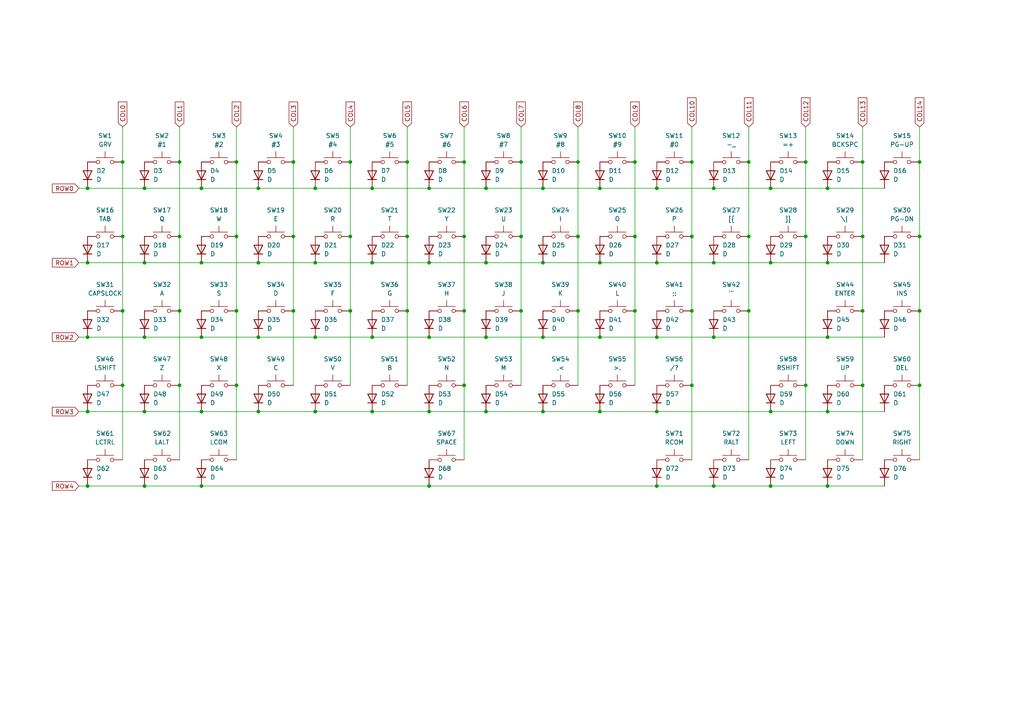
<source format=kicad_sch>
(kicad_sch (version 20231120) (generator "eeschema") (generator_version "8.0")
  (paper "A4")
  (title_block (title "InnoKB-x1") (date "2024-05-13") (rev "0") (company "Black Mesa Research Facility"))
  (junction (at 217.17 46.99))
  (junction (at 151.13 46.99))
  (junction (at 134.62 46.99))
  (junction (at 266.7 68.58))
  (junction (at 107.95 119.38))
  (junction (at 101.6 68.58))
  (junction (at 223.52 76.2))
  (junction (at 233.68 46.99))
  (junction (at 134.62 111.76))
  (junction (at 85.09 46.99))
  (junction (at 250.19 68.58))
  (junction (at 52.07 68.58))
  (junction (at 190.5 97.79))
  (junction (at 140.97 76.2))
  (junction (at 207.01 76.2))
  (junction (at 184.15 90.17))
  (junction (at 58.42 97.79))
  (junction (at 167.64 68.58))
  (junction (at 91.44 76.2))
  (junction (at 134.62 68.58))
  (junction (at 91.44 97.79))
  (junction (at 200.66 90.17))
  (junction (at 107.95 76.2))
  (junction (at 217.17 90.17))
  (junction (at 74.93 54.61))
  (junction (at 41.91 97.79))
  (junction (at 52.07 111.76))
  (junction (at 58.42 140.97))
  (junction (at 140.97 119.38))
  (junction (at 35.56 90.17))
  (junction (at 190.5 54.61))
  (junction (at 41.91 119.38))
  (junction (at 25.4 97.79))
  (junction (at 52.07 46.99))
  (junction (at 223.52 119.38))
  (junction (at 91.44 54.61))
  (junction (at 157.48 119.38))
  (junction (at 118.11 90.17))
  (junction (at 124.46 119.38))
  (junction (at 41.91 140.97))
  (junction (at 124.46 76.2))
  (junction (at 107.95 54.61))
  (junction (at 190.5 119.38))
  (junction (at 124.46 54.61))
  (junction (at 167.64 90.17))
  (junction (at 151.13 68.58))
  (junction (at 85.09 68.58))
  (junction (at 200.66 68.58))
  (junction (at 68.58 46.99))
  (junction (at 68.58 68.58))
  (junction (at 52.07 90.17))
  (junction (at 68.58 111.76))
  (junction (at 173.99 97.79))
  (junction (at 240.03 140.97))
  (junction (at 124.46 140.97))
  (junction (at 240.03 76.2))
  (junction (at 58.42 54.61))
  (junction (at 85.09 90.17))
  (junction (at 124.46 97.79))
  (junction (at 25.4 119.38))
  (junction (at 101.6 46.99))
  (junction (at 200.66 111.76))
  (junction (at 200.66 46.99))
  (junction (at 250.19 46.99))
  (junction (at 118.11 68.58))
  (junction (at 41.91 54.61))
  (junction (at 157.48 54.61))
  (junction (at 250.19 111.76))
  (junction (at 207.01 97.79))
  (junction (at 223.52 54.61))
  (junction (at 35.56 111.76))
  (junction (at 266.7 90.17))
  (junction (at 25.4 140.97))
  (junction (at 68.58 90.17))
  (junction (at 118.11 46.99))
  (junction (at 140.97 54.61))
  (junction (at 184.15 68.58))
  (junction (at 91.44 119.38))
  (junction (at 240.03 54.61))
  (junction (at 41.91 76.2))
  (junction (at 173.99 54.61))
  (junction (at 101.6 90.17))
  (junction (at 184.15 46.99))
  (junction (at 223.52 140.97))
  (junction (at 74.93 97.79))
  (junction (at 167.64 46.99))
  (junction (at 140.97 97.79))
  (junction (at 134.62 90.17))
  (junction (at 58.42 76.2))
  (junction (at 266.7 46.99))
  (junction (at 173.99 119.38))
  (junction (at 157.48 76.2))
  (junction (at 207.01 140.97))
  (junction (at 74.93 119.38))
  (junction (at 151.13 90.17))
  (junction (at 107.95 97.79))
  (junction (at 190.5 140.97))
  (junction (at 240.03 97.79))
  (junction (at 25.4 76.2))
  (junction (at 233.68 111.76))
  (junction (at 157.48 97.79))
  (junction (at 250.19 90.17))
  (junction (at 190.5 76.2))
  (junction (at 74.93 76.2))
  (junction (at 35.56 46.99))
  (junction (at 173.99 76.2))
  (junction (at 25.4 54.61))
  (junction (at 35.56 68.58))
  (junction (at 233.68 68.58))
  (junction (at 266.7 111.76))
  (junction (at 58.42 119.38))
  (junction (at 240.03 119.38))
  (junction (at 207.01 54.61))
  (junction (at 217.17 68.58))
  (wire (pts (xy 58.42 76.2) (xy 74.93 76.2)))
  (wire (pts (xy 41.91 140.97) (xy 58.42 140.97)))
  (wire (pts (xy 124.46 97.79) (xy 140.97 97.79)))
  (wire (pts (xy 250.19 68.58) (xy 250.19 90.17)))
  (wire (pts (xy 240.03 54.61) (xy 256.54 54.61)))
  (wire (pts (xy 184.15 36.83) (xy 184.15 46.99)))
  (wire (pts (xy 107.95 119.38) (xy 124.46 119.38)))
  (wire (pts (xy 91.44 119.38) (xy 107.95 119.38)))
  (wire (pts (xy 74.93 76.2) (xy 91.44 76.2)))
  (wire (pts (xy 207.01 97.79) (xy 240.03 97.79)))
  (wire (pts (xy 35.56 36.83) (xy 35.56 46.99)))
  (wire (pts (xy 240.03 76.2) (xy 256.54 76.2)))
  (wire (pts (xy 85.09 68.58) (xy 85.09 90.17)))
  (wire (pts (xy 173.99 119.38) (xy 190.5 119.38)))
  (wire (pts (xy 35.56 111.76) (xy 35.56 133.35)))
  (wire (pts (xy 190.5 76.2) (xy 207.01 76.2)))
  (wire (pts (xy 52.07 68.58) (xy 52.07 90.17)))
  (wire (pts (xy 124.46 76.2) (xy 140.97 76.2)))
  (wire (pts (xy 250.19 46.99) (xy 250.19 68.58)))
  (wire (pts (xy 68.58 46.99) (xy 68.58 68.58)))
  (wire (pts (xy 52.07 90.17) (xy 52.07 111.76)))
  (wire (pts (xy 41.91 76.2) (xy 58.42 76.2)))
  (wire (pts (xy 85.09 36.83) (xy 85.09 46.99)))
  (wire (pts (xy 35.56 46.99) (xy 35.56 68.58)))
  (wire (pts (xy 74.93 54.61) (xy 91.44 54.61)))
  (wire (pts (xy 124.46 54.61) (xy 140.97 54.61)))
  (wire (pts (xy 167.64 68.58) (xy 167.64 90.17)))
  (wire (pts (xy 173.99 54.61) (xy 190.5 54.61)))
  (wire (pts (xy 266.7 36.83) (xy 266.7 46.99)))
  (wire (pts (xy 101.6 90.17) (xy 101.6 111.76)))
  (wire (pts (xy 151.13 46.99) (xy 151.13 68.58)))
  (wire (pts (xy 101.6 46.99) (xy 101.6 68.58)))
  (wire (pts (xy 167.64 36.83) (xy 167.64 46.99)))
  (wire (pts (xy 85.09 46.99) (xy 85.09 68.58)))
  (wire (pts (xy 184.15 90.17) (xy 184.15 111.76)))
  (wire (pts (xy 41.91 54.61) (xy 58.42 54.61)))
  (wire (pts (xy 190.5 140.97) (xy 207.01 140.97)))
  (wire (pts (xy 151.13 36.83) (xy 151.13 46.99)))
  (wire (pts (xy 217.17 68.58) (xy 217.17 90.17)))
  (wire (pts (xy 91.44 54.61) (xy 107.95 54.61)))
  (wire (pts (xy 167.64 46.99) (xy 167.64 68.58)))
  (wire (pts (xy 22.86 76.2) (xy 25.4 76.2)))
  (wire (pts (xy 223.52 119.38) (xy 240.03 119.38)))
  (wire (pts (xy 223.52 54.61) (xy 240.03 54.61)))
  (wire (pts (xy 184.15 46.99) (xy 184.15 68.58)))
  (wire (pts (xy 140.97 97.79) (xy 157.48 97.79)))
  (wire (pts (xy 35.56 90.17) (xy 35.56 111.76)))
  (wire (pts (xy 250.19 111.76) (xy 250.19 133.35)))
  (wire (pts (xy 173.99 76.2) (xy 190.5 76.2)))
  (wire (pts (xy 101.6 36.83) (xy 101.6 46.99)))
  (wire (pts (xy 134.62 90.17) (xy 134.62 111.76)))
  (wire (pts (xy 52.07 36.83) (xy 52.07 46.99)))
  (wire (pts (xy 85.09 90.17) (xy 85.09 111.76)))
  (wire (pts (xy 200.66 36.83) (xy 200.66 46.99)))
  (wire (pts (xy 266.7 111.76) (xy 266.7 133.35)))
  (wire (pts (xy 200.66 68.58) (xy 200.66 90.17)))
  (wire (pts (xy 233.68 111.76) (xy 233.68 133.35)))
  (wire (pts (xy 22.86 140.97) (xy 25.4 140.97)))
  (wire (pts (xy 22.86 54.61) (xy 25.4 54.61)))
  (wire (pts (xy 223.52 76.2) (xy 240.03 76.2)))
  (wire (pts (xy 167.64 90.17) (xy 167.64 111.76)))
  (wire (pts (xy 68.58 68.58) (xy 68.58 90.17)))
  (wire (pts (xy 190.5 54.61) (xy 207.01 54.61)))
  (wire (pts (xy 134.62 111.76) (xy 134.62 133.35)))
  (wire (pts (xy 217.17 46.99) (xy 217.17 68.58)))
  (wire (pts (xy 250.19 90.17) (xy 250.19 111.76)))
  (wire (pts (xy 124.46 140.97) (xy 190.5 140.97)))
  (wire (pts (xy 107.95 54.61) (xy 124.46 54.61)))
  (wire (pts (xy 207.01 54.61) (xy 223.52 54.61)))
  (wire (pts (xy 140.97 76.2) (xy 157.48 76.2)))
  (wire (pts (xy 22.86 119.38) (xy 25.4 119.38)))
  (wire (pts (xy 207.01 76.2) (xy 223.52 76.2)))
  (wire (pts (xy 207.01 140.97) (xy 223.52 140.97)))
  (wire (pts (xy 217.17 36.83) (xy 217.17 46.99)))
  (wire (pts (xy 223.52 140.97) (xy 240.03 140.97)))
  (wire (pts (xy 200.66 46.99) (xy 200.66 68.58)))
  (wire (pts (xy 74.93 97.79) (xy 91.44 97.79)))
  (wire (pts (xy 266.7 68.58) (xy 266.7 90.17)))
  (wire (pts (xy 250.19 36.83) (xy 250.19 46.99)))
  (wire (pts (xy 240.03 140.97) (xy 256.54 140.97)))
  (wire (pts (xy 200.66 111.76) (xy 200.66 133.35)))
  (wire (pts (xy 240.03 119.38) (xy 256.54 119.38)))
  (wire (pts (xy 118.11 68.58) (xy 118.11 90.17)))
  (wire (pts (xy 25.4 140.97) (xy 41.91 140.97)))
  (wire (pts (xy 157.48 54.61) (xy 173.99 54.61)))
  (wire (pts (xy 157.48 119.38) (xy 173.99 119.38)))
  (wire (pts (xy 140.97 54.61) (xy 157.48 54.61)))
  (wire (pts (xy 233.68 68.58) (xy 233.68 111.76)))
  (wire (pts (xy 91.44 76.2) (xy 107.95 76.2)))
  (wire (pts (xy 184.15 68.58) (xy 184.15 90.17)))
  (wire (pts (xy 25.4 97.79) (xy 41.91 97.79)))
  (wire (pts (xy 124.46 119.38) (xy 140.97 119.38)))
  (wire (pts (xy 35.56 68.58) (xy 35.56 90.17)))
  (wire (pts (xy 240.03 97.79) (xy 256.54 97.79)))
  (wire (pts (xy 58.42 119.38) (xy 74.93 119.38)))
  (wire (pts (xy 58.42 97.79) (xy 74.93 97.79)))
  (wire (pts (xy 118.11 36.83) (xy 118.11 46.99)))
  (wire (pts (xy 140.97 119.38) (xy 157.48 119.38)))
  (wire (pts (xy 107.95 76.2) (xy 124.46 76.2)))
  (wire (pts (xy 157.48 97.79) (xy 173.99 97.79)))
  (wire (pts (xy 266.7 90.17) (xy 266.7 111.76)))
  (wire (pts (xy 173.99 97.79) (xy 190.5 97.79)))
  (wire (pts (xy 134.62 68.58) (xy 134.62 90.17)))
  (wire (pts (xy 22.86 97.79) (xy 25.4 97.79)))
  (wire (pts (xy 74.93 119.38) (xy 91.44 119.38)))
  (wire (pts (xy 68.58 90.17) (xy 68.58 111.76)))
  (wire (pts (xy 233.68 46.99) (xy 233.68 68.58)))
  (wire (pts (xy 107.95 97.79) (xy 124.46 97.79)))
  (wire (pts (xy 118.11 46.99) (xy 118.11 68.58)))
  (wire (pts (xy 68.58 36.83) (xy 68.58 46.99)))
  (wire (pts (xy 68.58 111.76) (xy 68.58 133.35)))
  (wire (pts (xy 266.7 46.99) (xy 266.7 68.58)))
  (wire (pts (xy 118.11 90.17) (xy 118.11 111.76)))
  (wire (pts (xy 217.17 90.17) (xy 217.17 133.35)))
  (wire (pts (xy 190.5 97.79) (xy 207.01 97.79)))
  (wire (pts (xy 41.91 97.79) (xy 58.42 97.79)))
  (wire (pts (xy 91.44 97.79) (xy 107.95 97.79)))
  (wire (pts (xy 134.62 46.99) (xy 134.62 68.58)))
  (wire (pts (xy 25.4 119.38) (xy 41.91 119.38)))
  (wire (pts (xy 58.42 140.97) (xy 124.46 140.97)))
  (wire (pts (xy 52.07 46.99) (xy 52.07 68.58)))
  (wire (pts (xy 190.5 119.38) (xy 223.52 119.38)))
  (wire (pts (xy 25.4 54.61) (xy 41.91 54.61)))
  (wire (pts (xy 134.62 36.83) (xy 134.62 46.99)))
  (wire (pts (xy 52.07 111.76) (xy 52.07 133.35)))
  (wire (pts (xy 157.48 76.2) (xy 173.99 76.2)))
  (wire (pts (xy 101.6 68.58) (xy 101.6 90.17)))
  (wire (pts (xy 200.66 90.17) (xy 200.66 111.76)))
  (wire (pts (xy 233.68 36.83) (xy 233.68 46.99)))
  (wire (pts (xy 41.91 119.38) (xy 58.42 119.38)))
  (wire (pts (xy 151.13 68.58) (xy 151.13 90.17)))
  (wire (pts (xy 25.4 76.2) (xy 41.91 76.2)))
  (wire (pts (xy 58.42 54.61) (xy 74.93 54.61)))
  (wire (pts (xy 151.13 90.17) (xy 151.13 111.76)))
  (global_label "COL9" (shape input) (at 184.15 36.83 90) (property "Intersheetrefs" "${INTERSHEET_REFS}" (effects (hide yes))))
  (global_label "ROW4" (shape input) (at 22.86 140.97 180) (property "Intersheetrefs" "${INTERSHEET_REFS}" (effects (hide yes))))
  (global_label "COL11" (shape input) (at 217.17 36.83 90) (property "Intersheetrefs" "${INTERSHEET_REFS}" (effects (hide yes))))
  (global_label "COL8" (shape input) (at 167.64 36.83 90) (property "Intersheetrefs" "${INTERSHEET_REFS}" (effects (hide yes))))
  (global_label "COL6" (shape input) (at 134.62 36.83 90) (property "Intersheetrefs" "${INTERSHEET_REFS}" (effects (hide yes))))
  (global_label "COL1" (shape input) (at 52.07 36.83 90) (property "Intersheetrefs" "${INTERSHEET_REFS}" (effects (hide yes))))
  (global_label "COL10" (shape input) (at 200.66 36.83 90) (property "Intersheetrefs" "${INTERSHEET_REFS}" (effects (hide yes))))
  (global_label "COL7" (shape input) (at 151.13 36.83 90) (property "Intersheetrefs" "${INTERSHEET_REFS}" (effects (hide yes))))
  (global_label "ROW2" (shape input) (at 22.86 97.79 180) (property "Intersheetrefs" "${INTERSHEET_REFS}" (effects (hide yes))))
  (global_label "COL2" (shape input) (at 68.58 36.83 90) (property "Intersheetrefs" "${INTERSHEET_REFS}" (effects (hide yes))))
  (global_label "COL12" (shape input) (at 233.68 36.83 90) (property "Intersheetrefs" "${INTERSHEET_REFS}" (effects (hide yes))))
  (global_label "ROW1" (shape input) (at 22.86 76.2 180) (property "Intersheetrefs" "${INTERSHEET_REFS}" (effects (hide yes))))
  (global_label "COL4" (shape input) (at 101.6 36.83 90) (property "Intersheetrefs" "${INTERSHEET_REFS}" (effects (hide yes))))
  (global_label "COL5" (shape input) (at 118.11 36.83 90) (property "Intersheetrefs" "${INTERSHEET_REFS}" (effects (hide yes))))
  (global_label "ROW0" (shape input) (at 22.86 54.61 180) (property "Intersheetrefs" "${INTERSHEET_REFS}" (effects (hide yes))))
  (global_label "COL0" (shape input) (at 35.56 36.83 90) (property "Intersheetrefs" "${INTERSHEET_REFS}" (effects (hide yes))))
  (global_label "COL13" (shape input) (at 250.19 36.83 90) (property "Intersheetrefs" "${INTERSHEET_REFS}" (effects (hide yes))))
  (global_label "COL3" (shape input) (at 85.09 36.83 90) (property "Intersheetrefs" "${INTERSHEET_REFS}" (effects (hide yes))))
  (global_label "COL14" (shape input) (at 266.7 36.83 90) (property "Intersheetrefs" "${INTERSHEET_REFS}" (effects (hide yes))))
  (global_label "ROW3" (shape input) (at 22.86 119.38 180) (property "Intersheetrefs" "${INTERSHEET_REFS}" (effects (hide yes))))
  (symbol (lib_id "Switch:SW_Push") (at 162.56 111.76 0) (unit 1)
    (property "Reference" "SW54" (at 162.56 104.14 0))
    (property "Value" ",<" (at 162.56 106.68 0))
    (property "Footprint" "Button_Switch_Keyboard:SW_Cherry_MX_1.00u_PCB" (effects (hide yes)))
    (property "Description" "Push button switch, generic, two pins" (effects (hide yes)))
  )
  (symbol (lib_id "Device:D") (at 107.95 115.57 90) (unit 1)
    (property "Reference" "D52" (at 110.49 114.2999 90) (effects (justify right)))
    (property "Value" "D" (at 110.49 116.8399 90) (effects (justify right)))
    (property "Footprint" "Diode_SMD:D_SOD-123" (effects (hide yes)))
    (property "Description" "Diode" (effects (hide yes)))
    (property "Sim.Device" "D" (effects (hide yes)))
    (property "Sim.Pins" "1=K 2=A" (effects (hide yes)))
  )
  (symbol (lib_id "Switch:SW_Push") (at 162.56 68.58 0) (unit 1)
    (property "Reference" "SW24" (at 162.56 60.96 0))
    (property "Value" "I" (at 162.56 63.5 0))
    (property "Footprint" "Button_Switch_Keyboard:SW_Cherry_MX_1.00u_PCB" (effects (hide yes)))
    (property "Description" "Push button switch, generic, two pins" (effects (hide yes)))
  )
  (symbol (lib_id "Device:D") (at 74.93 72.39 90) (unit 1)
    (property "Reference" "D20" (at 77.47 71.1199 90) (effects (justify right)))
    (property "Value" "D" (at 77.47 73.6599 90) (effects (justify right)))
    (property "Footprint" "Diode_SMD:D_SOD-123" (effects (hide yes)))
    (property "Description" "Diode" (effects (hide yes)))
    (property "Sim.Device" "D" (effects (hide yes)))
    (property "Sim.Pins" "1=K 2=A" (effects (hide yes)))
  )
  (symbol (lib_id "Device:D") (at 223.52 115.57 90) (unit 1)
    (property "Reference" "D59" (at 226.06 114.2999 90) (effects (justify right)))
    (property "Value" "D" (at 226.06 116.8399 90) (effects (justify right)))
    (property "Footprint" "Diode_SMD:D_SOD-123" (effects (hide yes)))
    (property "Description" "Diode" (effects (hide yes)))
    (property "Sim.Device" "D" (effects (hide yes)))
    (property "Sim.Pins" "1=K 2=A" (effects (hide yes)))
  )
  (symbol (lib_id "Switch:SW_Push") (at 261.62 68.58 0) (unit 1)
    (property "Reference" "SW30" (at 261.62 60.96 0))
    (property "Value" "PG-DN" (at 261.62 63.5 0))
    (property "Footprint" "Button_Switch_Keyboard:SW_Cherry_MX_1.00u_PCB" (effects (hide yes)))
    (property "Description" "Push button switch, generic, two pins" (effects (hide yes)))
  )
  (symbol (lib_id "Device:D") (at 157.48 72.39 90) (unit 1)
    (property "Reference" "D25" (at 160.02 71.1199 90) (effects (justify right)))
    (property "Value" "D" (at 160.02 73.6599 90) (effects (justify right)))
    (property "Footprint" "Diode_SMD:D_SOD-123" (effects (hide yes)))
    (property "Description" "Diode" (effects (hide yes)))
    (property "Sim.Device" "D" (effects (hide yes)))
    (property "Sim.Pins" "1=K 2=A" (effects (hide yes)))
  )
  (symbol (lib_id "Device:D") (at 58.42 72.39 90) (unit 1)
    (property "Reference" "D19" (at 60.96 71.1199 90) (effects (justify right)))
    (property "Value" "D" (at 60.96 73.6599 90) (effects (justify right)))
    (property "Footprint" "Diode_SMD:D_SOD-123" (effects (hide yes)))
    (property "Description" "Diode" (effects (hide yes)))
    (property "Sim.Device" "D" (effects (hide yes)))
    (property "Sim.Pins" "1=K 2=A" (effects (hide yes)))
  )
  (symbol (lib_id "Switch:SW_Push") (at 96.52 90.17 0) (unit 1)
    (property "Reference" "SW35" (at 96.52 82.55 0))
    (property "Value" "F" (at 96.52 85.09 0))
    (property "Footprint" "Button_Switch_Keyboard:SW_Cherry_MX_1.00u_PCB" (effects (hide yes)))
    (property "Description" "Push button switch, generic, two pins" (effects (hide yes)))
  )
  (symbol (lib_id "Switch:SW_Push") (at 129.54 133.35 0) (unit 1)
    (property "Reference" "SW67" (at 129.54 125.73 0))
    (property "Value" "SPACE" (at 129.54 128.27 0))
    (property "Footprint" "Button_Switch_Keyboard:SW_Cherry_MX_6.25u_PCB" (effects (hide yes)))
    (property "Description" "Push button switch, generic, two pins" (effects (hide yes)))
  )
  (symbol (lib_id "Switch:SW_Push") (at 195.58 133.35 0) (unit 1)
    (property "Reference" "SW71" (at 195.58 125.73 0))
    (property "Value" "RCOM" (at 195.58 128.27 0))
    (property "Footprint" "Button_Switch_Keyboard:SW_Cherry_MX_1.00u_PCB" (effects (hide yes)))
    (property "Description" "Push button switch, generic, two pins" (effects (hide yes)))
  )
  (symbol (lib_id "Device:D") (at 256.54 93.98 90) (unit 1)
    (property "Reference" "D46" (at 259.08 92.7099 90) (effects (justify right)))
    (property "Value" "D" (at 259.08 95.2499 90) (effects (justify right)))
    (property "Footprint" "Diode_SMD:D_SOD-123" (effects (hide yes)))
    (property "Description" "Diode" (effects (hide yes)))
    (property "Sim.Device" "D" (effects (hide yes)))
    (property "Sim.Pins" "1=K 2=A" (effects (hide yes)))
  )
  (symbol (lib_id "Switch:SW_Push") (at 195.58 46.99 0) (unit 1)
    (property "Reference" "SW11" (at 195.58 39.37 0))
    (property "Value" "#0" (at 195.58 41.91 0))
    (property "Footprint" "Button_Switch_Keyboard:SW_Cherry_MX_1.00u_PCB" (effects (hide yes)))
    (property "Description" "Push button switch, generic, two pins" (effects (hide yes)))
  )
  (symbol (lib_id "Device:D") (at 240.03 137.16 90) (unit 1)
    (property "Reference" "D75" (at 242.57 135.8899 90) (effects (justify right)))
    (property "Value" "D" (at 242.57 138.4299 90) (effects (justify right)))
    (property "Footprint" "Diode_SMD:D_SOD-123" (effects (hide yes)))
    (property "Description" "Diode" (effects (hide yes)))
    (property "Sim.Device" "D" (effects (hide yes)))
    (property "Sim.Pins" "1=K 2=A" (effects (hide yes)))
  )
  (symbol (lib_id "Switch:SW_Push") (at 80.01 68.58 0) (unit 1)
    (property "Reference" "SW19" (at 80.01 60.96 0))
    (property "Value" "E" (at 80.01 63.5 0))
    (property "Footprint" "Button_Switch_Keyboard:SW_Cherry_MX_1.00u_PCB" (effects (hide yes)))
    (property "Description" "Push button switch, generic, two pins" (effects (hide yes)))
  )
  (symbol (lib_id "Switch:SW_Push") (at 30.48 68.58 0) (unit 1)
    (property "Reference" "SW16" (at 30.48 60.96 0))
    (property "Value" "TAB" (at 30.48 63.5 0))
    (property "Footprint" "Button_Switch_Keyboard:SW_Cherry_MX_1.50u_PCB" (effects (hide yes)))
    (property "Description" "Push button switch, generic, two pins" (effects (hide yes)))
  )
  (symbol (lib_id "Device:D") (at 223.52 137.16 90) (unit 1)
    (property "Reference" "D74" (at 226.06 135.8899 90) (effects (justify right)))
    (property "Value" "D" (at 226.06 138.4299 90) (effects (justify right)))
    (property "Footprint" "Diode_SMD:D_SOD-123" (effects (hide yes)))
    (property "Description" "Diode" (effects (hide yes)))
    (property "Sim.Device" "D" (effects (hide yes)))
    (property "Sim.Pins" "1=K 2=A" (effects (hide yes)))
  )
  (symbol (lib_id "Switch:SW_Push") (at 46.99 90.17 0) (unit 1)
    (property "Reference" "SW32" (at 46.99 82.55 0))
    (property "Value" "A" (at 46.99 85.09 0))
    (property "Footprint" "Button_Switch_Keyboard:SW_Cherry_MX_1.00u_PCB" (effects (hide yes)))
    (property "Description" "Push button switch, generic, two pins" (effects (hide yes)))
  )
  (symbol (lib_id "Device:D") (at 190.5 72.39 90) (unit 1)
    (property "Reference" "D27" (at 193.04 71.1199 90) (effects (justify right)))
    (property "Value" "D" (at 193.04 73.6599 90) (effects (justify right)))
    (property "Footprint" "Diode_SMD:D_SOD-123" (effects (hide yes)))
    (property "Description" "Diode" (effects (hide yes)))
    (property "Sim.Device" "D" (effects (hide yes)))
    (property "Sim.Pins" "1=K 2=A" (effects (hide yes)))
  )
  (symbol (lib_id "Device:D") (at 173.99 72.39 90) (unit 1)
    (property "Reference" "D26" (at 176.53 71.1199 90) (effects (justify right)))
    (property "Value" "D" (at 176.53 73.6599 90) (effects (justify right)))
    (property "Footprint" "Diode_SMD:D_SOD-123" (effects (hide yes)))
    (property "Description" "Diode" (effects (hide yes)))
    (property "Sim.Device" "D" (effects (hide yes)))
    (property "Sim.Pins" "1=K 2=A" (effects (hide yes)))
  )
  (symbol (lib_id "Switch:SW_Push") (at 245.11 46.99 0) (unit 1)
    (property "Reference" "SW14" (at 245.11 39.37 0))
    (property "Value" "BCKSPC" (at 245.11 41.91 0))
    (property "Footprint" "Button_Switch_Keyboard:SW_Cherry_MX_2.00u_PCB" (effects (hide yes)))
    (property "Description" "Push button switch, generic, two pins" (effects (hide yes)))
  )
  (symbol (lib_id "Device:D") (at 190.5 137.16 90) (unit 1)
    (property "Reference" "D72" (at 193.04 135.8899 90) (effects (justify right)))
    (property "Value" "D" (at 193.04 138.4299 90) (effects (justify right)))
    (property "Footprint" "Diode_SMD:D_SOD-123" (effects (hide yes)))
    (property "Description" "Diode" (effects (hide yes)))
    (property "Sim.Device" "D" (effects (hide yes)))
    (property "Sim.Pins" "1=K 2=A" (effects (hide yes)))
  )
  (symbol (lib_id "Switch:SW_Push") (at 179.07 68.58 0) (unit 1)
    (property "Reference" "SW25" (at 179.07 60.96 0))
    (property "Value" "O" (at 179.07 63.5 0))
    (property "Footprint" "Button_Switch_Keyboard:SW_Cherry_MX_1.00u_PCB" (effects (hide yes)))
    (property "Description" "Push button switch, generic, two pins" (effects (hide yes)))
  )
  (symbol (lib_id "Switch:SW_Push") (at 96.52 111.76 0) (unit 1)
    (property "Reference" "SW50" (at 96.52 104.14 0))
    (property "Value" "V" (at 96.52 106.68 0))
    (property "Footprint" "Button_Switch_Keyboard:SW_Cherry_MX_1.00u_PCB" (effects (hide yes)))
    (property "Description" "Push button switch, generic, two pins" (effects (hide yes)))
  )
  (symbol (lib_id "Device:D") (at 25.4 72.39 90) (unit 1)
    (property "Reference" "D17" (at 27.94 71.1199 90) (effects (justify right)))
    (property "Value" "D" (at 27.94 73.6599 90) (effects (justify right)))
    (property "Footprint" "Diode_SMD:D_SOD-123" (effects (hide yes)))
    (property "Description" "Diode" (effects (hide yes)))
    (property "Sim.Device" "D" (effects (hide yes)))
    (property "Sim.Pins" "1=K 2=A" (effects (hide yes)))
  )
  (symbol (lib_id "Device:D") (at 25.4 50.8 90) (unit 1)
    (property "Reference" "D2" (at 27.94 49.5299 90) (effects (justify right)))
    (property "Value" "D" (at 27.94 52.0699 90) (effects (justify right)))
    (property "Footprint" "Diode_SMD:D_SOD-123" (effects (hide yes)))
    (property "Description" "Diode" (effects (hide yes)))
    (property "Sim.Device" "D" (effects (hide yes)))
    (property "Sim.Pins" "1=K 2=A" (effects (hide yes)))
  )
  (symbol (lib_id "Device:D") (at 223.52 72.39 90) (unit 1)
    (property "Reference" "D29" (at 226.06 71.1199 90) (effects (justify right)))
    (property "Value" "D" (at 226.06 73.6599 90) (effects (justify right)))
    (property "Footprint" "Diode_SMD:D_SOD-123" (effects (hide yes)))
    (property "Description" "Diode" (effects (hide yes)))
    (property "Sim.Device" "D" (effects (hide yes)))
    (property "Sim.Pins" "1=K 2=A" (effects (hide yes)))
  )
  (symbol (lib_id "Switch:SW_Push") (at 113.03 68.58 0) (unit 1)
    (property "Reference" "SW21" (at 113.03 60.96 0))
    (property "Value" "T" (at 113.03 63.5 0))
    (property "Footprint" "Button_Switch_Keyboard:SW_Cherry_MX_1.00u_PCB" (effects (hide yes)))
    (property "Description" "Push button switch, generic, two pins" (effects (hide yes)))
  )
  (symbol (lib_id "Switch:SW_Push") (at 96.52 46.99 0) (unit 1)
    (property "Reference" "SW5" (at 96.52 39.37 0))
    (property "Value" "#4" (at 96.52 41.91 0))
    (property "Footprint" "Button_Switch_Keyboard:SW_Cherry_MX_1.00u_PCB" (effects (hide yes)))
    (property "Description" "Push button switch, generic, two pins" (effects (hide yes)))
  )
  (symbol (lib_id "Switch:SW_Push") (at 63.5 46.99 0) (unit 1)
    (property "Reference" "SW3" (at 63.5 39.37 0))
    (property "Value" "#2" (at 63.5 41.91 0))
    (property "Footprint" "Button_Switch_Keyboard:SW_Cherry_MX_1.00u_PCB" (effects (hide yes)))
    (property "Description" "Push button switch, generic, two pins" (effects (hide yes)))
  )
  (symbol (lib_id "Device:D") (at 124.46 137.16 90) (unit 1)
    (property "Reference" "D68" (at 127 135.8899 90) (effects (justify right)))
    (property "Value" "D" (at 127 138.4299 90) (effects (justify right)))
    (property "Footprint" "Diode_SMD:D_SOD-123" (effects (hide yes)))
    (property "Description" "Diode" (effects (hide yes)))
    (property "Sim.Device" "D" (effects (hide yes)))
    (property "Sim.Pins" "1=K 2=A" (effects (hide yes)))
  )
  (symbol (lib_id "Switch:SW_Push") (at 245.11 90.17 0) (unit 1)
    (property "Reference" "SW44" (at 245.11 82.55 0))
    (property "Value" "ENTER" (at 245.11 85.09 0))
    (property "Footprint" "Button_Switch_Keyboard:SW_Cherry_MX_2.25u_PCB" (effects (hide yes)))
    (property "Description" "Push button switch, generic, two pins" (effects (hide yes)))
  )
  (symbol (lib_id "Switch:SW_Push") (at 63.5 90.17 0) (unit 1)
    (property "Reference" "SW33" (at 63.5 82.55 0))
    (property "Value" "S" (at 63.5 85.09 0))
    (property "Footprint" "Button_Switch_Keyboard:SW_Cherry_MX_1.00u_PCB" (effects (hide yes)))
    (property "Description" "Push button switch, generic, two pins" (effects (hide yes)))
  )
  (symbol (lib_id "Device:D") (at 58.42 115.57 90) (unit 1)
    (property "Reference" "D49" (at 60.96 114.2999 90) (effects (justify right)))
    (property "Value" "D" (at 60.96 116.8399 90) (effects (justify right)))
    (property "Footprint" "Diode_SMD:D_SOD-123" (effects (hide yes)))
    (property "Description" "Diode" (effects (hide yes)))
    (property "Sim.Device" "D" (effects (hide yes)))
    (property "Sim.Pins" "1=K 2=A" (effects (hide yes)))
  )
  (symbol (lib_id "Device:D") (at 207.01 72.39 90) (unit 1)
    (property "Reference" "D28" (at 209.55 71.1199 90) (effects (justify right)))
    (property "Value" "D" (at 209.55 73.6599 90) (effects (justify right)))
    (property "Footprint" "Diode_SMD:D_SOD-123" (effects (hide yes)))
    (property "Description" "Diode" (effects (hide yes)))
    (property "Sim.Device" "D" (effects (hide yes)))
    (property "Sim.Pins" "1=K 2=A" (effects (hide yes)))
  )
  (symbol (lib_id "Switch:SW_Push") (at 146.05 68.58 0) (unit 1)
    (property "Reference" "SW23" (at 146.05 60.96 0))
    (property "Value" "U" (at 146.05 63.5 0))
    (property "Footprint" "Button_Switch_Keyboard:SW_Cherry_MX_1.00u_PCB" (effects (hide yes)))
    (property "Description" "Push button switch, generic, two pins" (effects (hide yes)))
  )
  (symbol (lib_id "Device:D") (at 25.4 93.98 90) (unit 1)
    (property "Reference" "D32" (at 27.94 92.7099 90) (effects (justify right)))
    (property "Value" "D" (at 27.94 95.2499 90) (effects (justify right)))
    (property "Footprint" "Diode_SMD:D_SOD-123" (effects (hide yes)))
    (property "Description" "Diode" (effects (hide yes)))
    (property "Sim.Device" "D" (effects (hide yes)))
    (property "Sim.Pins" "1=K 2=A" (effects (hide yes)))
  )
  (symbol (lib_id "Device:D") (at 124.46 115.57 90) (unit 1)
    (property "Reference" "D53" (at 127 114.2999 90) (effects (justify right)))
    (property "Value" "D" (at 127 116.8399 90) (effects (justify right)))
    (property "Footprint" "Diode_SMD:D_SOD-123" (effects (hide yes)))
    (property "Description" "Diode" (effects (hide yes)))
    (property "Sim.Device" "D" (effects (hide yes)))
    (property "Sim.Pins" "1=K 2=A" (effects (hide yes)))
  )
  (symbol (lib_id "Device:D") (at 140.97 93.98 90) (unit 1)
    (property "Reference" "D39" (at 143.51 92.7099 90) (effects (justify right)))
    (property "Value" "D" (at 143.51 95.2499 90) (effects (justify right)))
    (property "Footprint" "Diode_SMD:D_SOD-123" (effects (hide yes)))
    (property "Description" "Diode" (effects (hide yes)))
    (property "Sim.Device" "D" (effects (hide yes)))
    (property "Sim.Pins" "1=K 2=A" (effects (hide yes)))
  )
  (symbol (lib_id "Switch:SW_Push") (at 245.11 111.76 0) (unit 1)
    (property "Reference" "SW59" (at 245.11 104.14 0))
    (property "Value" "UP" (at 245.11 106.68 0))
    (property "Footprint" "Button_Switch_Keyboard:SW_Cherry_MX_1.00u_PCB" (effects (hide yes)))
    (property "Description" "Push button switch, generic, two pins" (effects (hide yes)))
  )
  (symbol (lib_id "Device:D") (at 256.54 50.8 90) (unit 1)
    (property "Reference" "D16" (at 259.08 49.5299 90) (effects (justify right)))
    (property "Value" "D" (at 259.08 52.0699 90) (effects (justify right)))
    (property "Footprint" "Diode_SMD:D_SOD-123" (effects (hide yes)))
    (property "Description" "Diode" (effects (hide yes)))
    (property "Sim.Device" "D" (effects (hide yes)))
    (property "Sim.Pins" "1=K 2=A" (effects (hide yes)))
  )
  (symbol (lib_id "Device:D") (at 240.03 93.98 90) (unit 1)
    (property "Reference" "D45" (at 242.57 92.7099 90) (effects (justify right)))
    (property "Value" "D" (at 242.57 95.2499 90) (effects (justify right)))
    (property "Footprint" "Diode_SMD:D_SOD-123" (effects (hide yes)))
    (property "Description" "Diode" (effects (hide yes)))
    (property "Sim.Device" "D" (effects (hide yes)))
    (property "Sim.Pins" "1=K 2=A" (effects (hide yes)))
  )
  (symbol (lib_id "Switch:SW_Push") (at 80.01 90.17 0) (unit 1)
    (property "Reference" "SW34" (at 80.01 82.55 0))
    (property "Value" "D" (at 80.01 85.09 0))
    (property "Footprint" "Button_Switch_Keyboard:SW_Cherry_MX_1.00u_PCB" (effects (hide yes)))
    (property "Description" "Push button switch, generic, two pins" (effects (hide yes)))
  )
  (symbol (lib_id "Switch:SW_Push") (at 195.58 68.58 0) (unit 1)
    (property "Reference" "SW26" (at 195.58 60.96 0))
    (property "Value" "P" (at 195.58 63.5 0))
    (property "Footprint" "Button_Switch_Keyboard:SW_Cherry_MX_1.00u_PCB" (effects (hide yes)))
    (property "Description" "Push button switch, generic, two pins" (effects (hide yes)))
  )
  (symbol (lib_id "Switch:SW_Push") (at 245.11 68.58 0) (unit 1)
    (property "Reference" "SW29" (at 245.11 60.96 0))
    (property "Value" "\\|" (at 245.11 63.5 0))
    (property "Footprint" "Button_Switch_Keyboard:SW_Cherry_MX_1.50u_PCB" (effects (hide yes)))
    (property "Description" "Push button switch, generic, two pins" (effects (hide yes)))
  )
  (symbol (lib_id "Switch:SW_Push") (at 80.01 111.76 0) (unit 1)
    (property "Reference" "SW49" (at 80.01 104.14 0))
    (property "Value" "C" (at 80.01 106.68 0))
    (property "Footprint" "Button_Switch_Keyboard:SW_Cherry_MX_1.00u_PCB" (effects (hide yes)))
    (property "Description" "Push button switch, generic, two pins" (effects (hide yes)))
  )
  (symbol (lib_id "Device:D") (at 207.01 93.98 90) (unit 1)
    (property "Reference" "D43" (at 209.55 92.7099 90) (effects (justify right)))
    (property "Value" "D" (at 209.55 95.2499 90) (effects (justify right)))
    (property "Footprint" "Diode_SMD:D_SOD-123" (effects (hide yes)))
    (property "Description" "Diode" (effects (hide yes)))
    (property "Sim.Device" "D" (effects (hide yes)))
    (property "Sim.Pins" "1=K 2=A" (effects (hide yes)))
  )
  (symbol (lib_id "Switch:SW_Push") (at 46.99 68.58 0) (unit 1)
    (property "Reference" "SW17" (at 46.99 60.96 0))
    (property "Value" "Q" (at 46.99 63.5 0))
    (property "Footprint" "Button_Switch_Keyboard:SW_Cherry_MX_1.00u_PCB" (effects (hide yes)))
    (property "Description" "Push button switch, generic, two pins" (effects (hide yes)))
  )
  (symbol (lib_id "Switch:SW_Push") (at 113.03 111.76 0) (unit 1)
    (property "Reference" "SW51" (at 113.03 104.14 0))
    (property "Value" "B" (at 113.03 106.68 0))
    (property "Footprint" "Button_Switch_Keyboard:SW_Cherry_MX_1.00u_PCB" (effects (hide yes)))
    (property "Description" "Push button switch, generic, two pins" (effects (hide yes)))
  )
  (symbol (lib_id "Switch:SW_Push") (at 212.09 46.99 0) (unit 1)
    (property "Reference" "SW12" (at 212.09 39.37 0))
    (property "Value" "-_" (at 212.09 41.91 0))
    (property "Footprint" "Button_Switch_Keyboard:SW_Cherry_MX_1.00u_PCB" (effects (hide yes)))
    (property "Description" "Push button switch, generic, two pins" (effects (hide yes)))
  )
  (symbol (lib_id "Device:D") (at 190.5 50.8 90) (unit 1)
    (property "Reference" "D12" (at 193.04 49.5299 90) (effects (justify right)))
    (property "Value" "D" (at 193.04 52.0699 90) (effects (justify right)))
    (property "Footprint" "Diode_SMD:D_SOD-123" (effects (hide yes)))
    (property "Description" "Diode" (effects (hide yes)))
    (property "Sim.Device" "D" (effects (hide yes)))
    (property "Sim.Pins" "1=K 2=A" (effects (hide yes)))
  )
  (symbol (lib_id "Device:D") (at 91.44 72.39 90) (unit 1)
    (property "Reference" "D21" (at 93.98 71.1199 90) (effects (justify right)))
    (property "Value" "D" (at 93.98 73.6599 90) (effects (justify right)))
    (property "Footprint" "Diode_SMD:D_SOD-123" (effects (hide yes)))
    (property "Description" "Diode" (effects (hide yes)))
    (property "Sim.Device" "D" (effects (hide yes)))
    (property "Sim.Pins" "1=K 2=A" (effects (hide yes)))
  )
  (symbol (lib_id "Device:D") (at 256.54 72.39 90) (unit 1)
    (property "Reference" "D31" (at 259.08 71.1199 90) (effects (justify right)))
    (property "Value" "D" (at 259.08 73.6599 90) (effects (justify right)))
    (property "Footprint" "Diode_SMD:D_SOD-123" (effects (hide yes)))
    (property "Description" "Diode" (effects (hide yes)))
    (property "Sim.Device" "D" (effects (hide yes)))
    (property "Sim.Pins" "1=K 2=A" (effects (hide yes)))
  )
  (symbol (lib_id "Switch:SW_Push") (at 30.48 90.17 0) (unit 1)
    (property "Reference" "SW31" (at 30.48 82.55 0))
    (property "Value" "CAPSLOCK" (at 30.48 85.09 0))
    (property "Footprint" "Button_Switch_Keyboard:SW_Cherry_MX_1.75u_PCB" (effects (hide yes)))
    (property "Description" "Push button switch, generic, two pins" (effects (hide yes)))
  )
  (symbol (lib_id "Switch:SW_Push") (at 212.09 68.58 0) (unit 1)
    (property "Reference" "SW27" (at 212.09 60.96 0))
    (property "Value" "[{" (at 212.09 63.5 0))
    (property "Footprint" "Button_Switch_Keyboard:SW_Cherry_MX_1.00u_PCB" (effects (hide yes)))
    (property "Description" "Push button switch, generic, two pins" (effects (hide yes)))
  )
  (symbol (lib_id "Switch:SW_Push") (at 146.05 90.17 0) (unit 1)
    (property "Reference" "SW38" (at 146.05 82.55 0))
    (property "Value" "J" (at 146.05 85.09 0))
    (property "Footprint" "Button_Switch_Keyboard:SW_Cherry_MX_1.00u_PCB" (effects (hide yes)))
    (property "Description" "Push button switch, generic, two pins" (effects (hide yes)))
  )
  (symbol (lib_id "Device:D") (at 140.97 115.57 90) (unit 1)
    (property "Reference" "D54" (at 143.51 114.2999 90) (effects (justify right)))
    (property "Value" "D" (at 143.51 116.8399 90) (effects (justify right)))
    (property "Footprint" "Diode_SMD:D_SOD-123" (effects (hide yes)))
    (property "Description" "Diode" (effects (hide yes)))
    (property "Sim.Device" "D" (effects (hide yes)))
    (property "Sim.Pins" "1=K 2=A" (effects (hide yes)))
  )
  (symbol (lib_id "Device:D") (at 107.95 72.39 90) (unit 1)
    (property "Reference" "D22" (at 110.49 71.1199 90) (effects (justify right)))
    (property "Value" "D" (at 110.49 73.6599 90) (effects (justify right)))
    (property "Footprint" "Diode_SMD:D_SOD-123" (effects (hide yes)))
    (property "Description" "Diode" (effects (hide yes)))
    (property "Sim.Device" "D" (effects (hide yes)))
    (property "Sim.Pins" "1=K 2=A" (effects (hide yes)))
  )
  (symbol (lib_id "Device:D") (at 74.93 93.98 90) (unit 1)
    (property "Reference" "D35" (at 77.47 92.7099 90) (effects (justify right)))
    (property "Value" "D" (at 77.47 95.2499 90) (effects (justify right)))
    (property "Footprint" "Diode_SMD:D_SOD-123" (effects (hide yes)))
    (property "Description" "Diode" (effects (hide yes)))
    (property "Sim.Device" "D" (effects (hide yes)))
    (property "Sim.Pins" "1=K 2=A" (effects (hide yes)))
  )
  (symbol (lib_id "Device:D") (at 41.91 137.16 90) (unit 1)
    (property "Reference" "D63" (at 44.45 135.8899 90) (effects (justify right)))
    (property "Value" "D" (at 44.45 138.4299 90) (effects (justify right)))
    (property "Footprint" "Diode_SMD:D_SOD-123" (effects (hide yes)))
    (property "Description" "Diode" (effects (hide yes)))
    (property "Sim.Device" "D" (effects (hide yes)))
    (property "Sim.Pins" "1=K 2=A" (effects (hide yes)))
  )
  (symbol (lib_id "Device:D") (at 157.48 115.57 90) (unit 1)
    (property "Reference" "D55" (at 160.02 114.2999 90) (effects (justify right)))
    (property "Value" "D" (at 160.02 116.8399 90) (effects (justify right)))
    (property "Footprint" "Diode_SMD:D_SOD-123" (effects (hide yes)))
    (property "Description" "Diode" (effects (hide yes)))
    (property "Sim.Device" "D" (effects (hide yes)))
    (property "Sim.Pins" "1=K 2=A" (effects (hide yes)))
  )
  (symbol (lib_id "Device:D") (at 74.93 50.8 90) (unit 1)
    (property "Reference" "D5" (at 77.47 49.5299 90) (effects (justify right)))
    (property "Value" "D" (at 77.47 52.0699 90) (effects (justify right)))
    (property "Footprint" "Diode_SMD:D_SOD-123" (effects (hide yes)))
    (property "Description" "Diode" (effects (hide yes)))
    (property "Sim.Device" "D" (effects (hide yes)))
    (property "Sim.Pins" "1=K 2=A" (effects (hide yes)))
  )
  (symbol (lib_id "Device:D") (at 140.97 50.8 90) (unit 1)
    (property "Reference" "D9" (at 143.51 49.5299 90) (effects (justify right)))
    (property "Value" "D" (at 143.51 52.0699 90) (effects (justify right)))
    (property "Footprint" "Diode_SMD:D_SOD-123" (effects (hide yes)))
    (property "Description" "Diode" (effects (hide yes)))
    (property "Sim.Device" "D" (effects (hide yes)))
    (property "Sim.Pins" "1=K 2=A" (effects (hide yes)))
  )
  (symbol (lib_id "Device:D") (at 256.54 115.57 90) (unit 1)
    (property "Reference" "D61" (at 259.08 114.2999 90) (effects (justify right)))
    (property "Value" "D" (at 259.08 116.8399 90) (effects (justify right)))
    (property "Footprint" "Diode_SMD:D_SOD-123" (effects (hide yes)))
    (property "Description" "Diode" (effects (hide yes)))
    (property "Sim.Device" "D" (effects (hide yes)))
    (property "Sim.Pins" "1=K 2=A" (effects (hide yes)))
  )
  (symbol (lib_id "Switch:SW_Push") (at 30.48 46.99 0) (unit 1)
    (property "Reference" "SW1" (at 30.48 39.37 0))
    (property "Value" "GRV" (at 30.48 41.91 0))
    (property "Footprint" "Button_Switch_Keyboard:SW_Cherry_MX_1.00u_PCB" (effects (hide yes)))
    (property "Description" "Push button switch, generic, two pins" (effects (hide yes)))
  )
  (symbol (lib_id "Switch:SW_Push") (at 179.07 90.17 0) (unit 1)
    (property "Reference" "SW40" (at 179.07 82.55 0))
    (property "Value" "L" (at 179.07 85.09 0))
    (property "Footprint" "Button_Switch_Keyboard:SW_Cherry_MX_1.00u_PCB" (effects (hide yes)))
    (property "Description" "Push button switch, generic, two pins" (effects (hide yes)))
  )
  (symbol (lib_id "Switch:SW_Push") (at 80.01 46.99 0) (unit 1)
    (property "Reference" "SW4" (at 80.01 39.37 0))
    (property "Value" "#3" (at 80.01 41.91 0))
    (property "Footprint" "Button_Switch_Keyboard:SW_Cherry_MX_1.00u_PCB" (effects (hide yes)))
    (property "Description" "Push button switch, generic, two pins" (effects (hide yes)))
  )
  (symbol (lib_id "Device:D") (at 58.42 50.8 90) (unit 1)
    (property "Reference" "D4" (at 60.96 49.5299 90) (effects (justify right)))
    (property "Value" "D" (at 60.96 52.0699 90) (effects (justify right)))
    (property "Footprint" "Diode_SMD:D_SOD-123" (effects (hide yes)))
    (property "Description" "Diode" (effects (hide yes)))
    (property "Sim.Device" "D" (effects (hide yes)))
    (property "Sim.Pins" "1=K 2=A" (effects (hide yes)))
  )
  (symbol (lib_id "Switch:SW_Push") (at 162.56 46.99 0) (unit 1)
    (property "Reference" "SW9" (at 162.56 39.37 0))
    (property "Value" "#8" (at 162.56 41.91 0))
    (property "Footprint" "Button_Switch_Keyboard:SW_Cherry_MX_1.00u_PCB" (effects (hide yes)))
    (property "Description" "Push button switch, generic, two pins" (effects (hide yes)))
  )
  (symbol (lib_id "Device:D") (at 190.5 93.98 90) (unit 1)
    (property "Reference" "D42" (at 193.04 92.7099 90) (effects (justify right)))
    (property "Value" "D" (at 193.04 95.2499 90) (effects (justify right)))
    (property "Footprint" "Diode_SMD:D_SOD-123" (effects (hide yes)))
    (property "Description" "Diode" (effects (hide yes)))
    (property "Sim.Device" "D" (effects (hide yes)))
    (property "Sim.Pins" "1=K 2=A" (effects (hide yes)))
  )
  (symbol (lib_id "Device:D") (at 173.99 93.98 90) (unit 1)
    (property "Reference" "D41" (at 176.53 92.7099 90) (effects (justify right)))
    (property "Value" "D" (at 176.53 95.2499 90) (effects (justify right)))
    (property "Footprint" "Diode_SMD:D_SOD-123" (effects (hide yes)))
    (property "Description" "Diode" (effects (hide yes)))
    (property "Sim.Device" "D" (effects (hide yes)))
    (property "Sim.Pins" "1=K 2=A" (effects (hide yes)))
  )
  (symbol (lib_id "Switch:SW_Push") (at 146.05 111.76 0) (unit 1)
    (property "Reference" "SW53" (at 146.05 104.14 0))
    (property "Value" "M" (at 146.05 106.68 0))
    (property "Footprint" "Button_Switch_Keyboard:SW_Cherry_MX_1.00u_PCB" (effects (hide yes)))
    (property "Description" "Push button switch, generic, two pins" (effects (hide yes)))
  )
  (symbol (lib_id "Device:D") (at 91.44 93.98 90) (unit 1)
    (property "Reference" "D36" (at 93.98 92.7099 90) (effects (justify right)))
    (property "Value" "D" (at 93.98 95.2499 90) (effects (justify right)))
    (property "Footprint" "Diode_SMD:D_SOD-123" (effects (hide yes)))
    (property "Description" "Diode" (effects (hide yes)))
    (property "Sim.Device" "D" (effects (hide yes)))
    (property "Sim.Pins" "1=K 2=A" (effects (hide yes)))
  )
  (symbol (lib_id "Switch:SW_Push") (at 179.07 46.99 0) (unit 1)
    (property "Reference" "SW10" (at 179.07 39.37 0))
    (property "Value" "#9" (at 179.07 41.91 0))
    (property "Footprint" "Button_Switch_Keyboard:SW_Cherry_MX_1.00u_PCB" (effects (hide yes)))
    (property "Description" "Push button switch, generic, two pins" (effects (hide yes)))
  )
  (symbol (lib_id "Switch:SW_Push") (at 212.09 133.35 0) (unit 1)
    (property "Reference" "SW72" (at 212.09 125.73 0))
    (property "Value" "RALT" (at 212.09 128.27 0))
    (property "Footprint" "Button_Switch_Keyboard:SW_Cherry_MX_1.25u_PCB" (effects (hide yes)))
    (property "Description" "Push button switch, generic, two pins" (effects (hide yes)))
  )
  (symbol (lib_id "Switch:SW_Push") (at 30.48 111.76 0) (unit 1)
    (property "Reference" "SW46" (at 30.48 104.14 0))
    (property "Value" "LSHIFT" (at 30.48 106.68 0))
    (property "Footprint" "Button_Switch_Keyboard:SW_Cherry_MX_2.25u_PCB" (effects (hide yes)))
    (property "Description" "Push button switch, generic, two pins" (effects (hide yes)))
  )
  (symbol (lib_id "Device:D") (at 240.03 72.39 90) (unit 1)
    (property "Reference" "D30" (at 242.57 71.1199 90) (effects (justify right)))
    (property "Value" "D" (at 242.57 73.6599 90) (effects (justify right)))
    (property "Footprint" "Diode_SMD:D_SOD-123" (effects (hide yes)))
    (property "Description" "Diode" (effects (hide yes)))
    (property "Sim.Device" "D" (effects (hide yes)))
    (property "Sim.Pins" "1=K 2=A" (effects (hide yes)))
  )
  (symbol (lib_id "Switch:SW_Push") (at 129.54 111.76 0) (unit 1)
    (property "Reference" "SW52" (at 129.54 104.14 0))
    (property "Value" "N" (at 129.54 106.68 0))
    (property "Footprint" "Button_Switch_Keyboard:SW_Cherry_MX_1.00u_PCB" (effects (hide yes)))
    (property "Description" "Push button switch, generic, two pins" (effects (hide yes)))
  )
  (symbol (lib_id "Device:D") (at 107.95 93.98 90) (unit 1)
    (property "Reference" "D37" (at 110.49 92.7099 90) (effects (justify right)))
    (property "Value" "D" (at 110.49 95.2499 90) (effects (justify right)))
    (property "Footprint" "Diode_SMD:D_SOD-123" (effects (hide yes)))
    (property "Description" "Diode" (effects (hide yes)))
    (property "Sim.Device" "D" (effects (hide yes)))
    (property "Sim.Pins" "1=K 2=A" (effects (hide yes)))
  )
  (symbol (lib_id "Device:D") (at 124.46 50.8 90) (unit 1)
    (property "Reference" "D8" (at 127 49.5299 90) (effects (justify right)))
    (property "Value" "D" (at 127 52.0699 90) (effects (justify right)))
    (property "Footprint" "Diode_SMD:D_SOD-123" (effects (hide yes)))
    (property "Description" "Diode" (effects (hide yes)))
    (property "Sim.Device" "D" (effects (hide yes)))
    (property "Sim.Pins" "1=K 2=A" (effects (hide yes)))
  )
  (symbol (lib_id "Switch:SW_Push") (at 261.62 133.35 0) (unit 1)
    (property "Reference" "SW75" (at 261.62 125.73 0))
    (property "Value" "RIGHT" (at 261.62 128.27 0))
    (property "Footprint" "Button_Switch_Keyboard:SW_Cherry_MX_1.00u_PCB" (effects (hide yes)))
    (property "Description" "Push button switch, generic, two pins" (effects (hide yes)))
  )
  (symbol (lib_id "Device:D") (at 91.44 115.57 90) (unit 1)
    (property "Reference" "D51" (at 93.98 114.2999 90) (effects (justify right)))
    (property "Value" "D" (at 93.98 116.8399 90) (effects (justify right)))
    (property "Footprint" "Diode_SMD:D_SOD-123" (effects (hide yes)))
    (property "Description" "Diode" (effects (hide yes)))
    (property "Sim.Device" "D" (effects (hide yes)))
    (property "Sim.Pins" "1=K 2=A" (effects (hide yes)))
  )
  (symbol (lib_id "Device:D") (at 140.97 72.39 90) (unit 1)
    (property "Reference" "D24" (at 143.51 71.1199 90) (effects (justify right)))
    (property "Value" "D" (at 143.51 73.6599 90) (effects (justify right)))
    (property "Footprint" "Diode_SMD:D_SOD-123" (effects (hide yes)))
    (property "Description" "Diode" (effects (hide yes)))
    (property "Sim.Device" "D" (effects (hide yes)))
    (property "Sim.Pins" "1=K 2=A" (effects (hide yes)))
  )
  (symbol (lib_id "Device:D") (at 190.5 115.57 90) (unit 1)
    (property "Reference" "D57" (at 193.04 114.2999 90) (effects (justify right)))
    (property "Value" "D" (at 193.04 116.8399 90) (effects (justify right)))
    (property "Footprint" "Diode_SMD:D_SOD-123" (effects (hide yes)))
    (property "Description" "Diode" (effects (hide yes)))
    (property "Sim.Device" "D" (effects (hide yes)))
    (property "Sim.Pins" "1=K 2=A" (effects (hide yes)))
  )
  (symbol (lib_id "Device:D") (at 173.99 50.8 90) (unit 1)
    (property "Reference" "D11" (at 176.53 49.5299 90) (effects (justify right)))
    (property "Value" "D" (at 176.53 52.0699 90) (effects (justify right)))
    (property "Footprint" "Diode_SMD:D_SOD-123" (effects (hide yes)))
    (property "Description" "Diode" (effects (hide yes)))
    (property "Sim.Device" "D" (effects (hide yes)))
    (property "Sim.Pins" "1=K 2=A" (effects (hide yes)))
  )
  (symbol (lib_id "Device:D") (at 240.03 115.57 90) (unit 1)
    (property "Reference" "D60" (at 242.57 114.2999 90) (effects (justify right)))
    (property "Value" "D" (at 242.57 116.8399 90) (effects (justify right)))
    (property "Footprint" "Diode_SMD:D_SOD-123" (effects (hide yes)))
    (property "Description" "Diode" (effects (hide yes)))
    (property "Sim.Device" "D" (effects (hide yes)))
    (property "Sim.Pins" "1=K 2=A" (effects (hide yes)))
  )
  (symbol (lib_id "Device:D") (at 157.48 93.98 90) (unit 1)
    (property "Reference" "D40" (at 160.02 92.7099 90) (effects (justify right)))
    (property "Value" "D" (at 160.02 95.2499 90) (effects (justify right)))
    (property "Footprint" "Diode_SMD:D_SOD-123" (effects (hide yes)))
    (property "Description" "Diode" (effects (hide yes)))
    (property "Sim.Device" "D" (effects (hide yes)))
    (property "Sim.Pins" "1=K 2=A" (effects (hide yes)))
  )
  (symbol (lib_id "Switch:SW_Push") (at 212.09 90.17 0) (unit 1)
    (property "Reference" "SW42" (at 212.09 82.55 0))
    (property "Value" "'\"" (at 212.09 85.09 0))
    (property "Footprint" "Button_Switch_Keyboard:SW_Cherry_MX_1.00u_PCB" (effects (hide yes)))
    (property "Description" "Push button switch, generic, two pins" (effects (hide yes)))
  )
  (symbol (lib_id "Device:D") (at 91.44 50.8 90) (unit 1)
    (property "Reference" "D6" (at 93.98 49.5299 90) (effects (justify right)))
    (property "Value" "D" (at 93.98 52.0699 90) (effects (justify right)))
    (property "Footprint" "Diode_SMD:D_SOD-123" (effects (hide yes)))
    (property "Description" "Diode" (effects (hide yes)))
    (property "Sim.Device" "D" (effects (hide yes)))
    (property "Sim.Pins" "1=K 2=A" (effects (hide yes)))
  )
  (symbol (lib_id "Device:D") (at 107.95 50.8 90) (unit 1)
    (property "Reference" "D7" (at 110.49 49.5299 90) (effects (justify right)))
    (property "Value" "D" (at 110.49 52.0699 90) (effects (justify right)))
    (property "Footprint" "Diode_SMD:D_SOD-123" (effects (hide yes)))
    (property "Description" "Diode" (effects (hide yes)))
    (property "Sim.Device" "D" (effects (hide yes)))
    (property "Sim.Pins" "1=K 2=A" (effects (hide yes)))
  )
  (symbol (lib_id "Switch:SW_Push") (at 63.5 111.76 0) (unit 1)
    (property "Reference" "SW48" (at 63.5 104.14 0))
    (property "Value" "X" (at 63.5 106.68 0))
    (property "Footprint" "Button_Switch_Keyboard:SW_Cherry_MX_1.00u_PCB" (effects (hide yes)))
    (property "Description" "Push button switch, generic, two pins" (effects (hide yes)))
  )
  (symbol (lib_id "Device:D") (at 207.01 137.16 90) (unit 1)
    (property "Reference" "D73" (at 209.55 135.8899 90) (effects (justify right)))
    (property "Value" "D" (at 209.55 138.4299 90) (effects (justify right)))
    (property "Footprint" "Diode_SMD:D_SOD-123" (effects (hide yes)))
    (property "Description" "Diode" (effects (hide yes)))
    (property "Sim.Device" "D" (effects (hide yes)))
    (property "Sim.Pins" "1=K 2=A" (effects (hide yes)))
  )
  (symbol (lib_id "Device:D") (at 41.91 115.57 90) (unit 1)
    (property "Reference" "D48" (at 44.45 114.2999 90) (effects (justify right)))
    (property "Value" "D" (at 44.45 116.8399 90) (effects (justify right)))
    (property "Footprint" "Diode_SMD:D_SOD-123" (effects (hide yes)))
    (property "Description" "Diode" (effects (hide yes)))
    (property "Sim.Device" "D" (effects (hide yes)))
    (property "Sim.Pins" "1=K 2=A" (effects (hide yes)))
  )
  (symbol (lib_id "Device:D") (at 124.46 72.39 90) (unit 1)
    (property "Reference" "D23" (at 127 71.1199 90) (effects (justify right)))
    (property "Value" "D" (at 127 73.6599 90) (effects (justify right)))
    (property "Footprint" "Diode_SMD:D_SOD-123" (effects (hide yes)))
    (property "Description" "Diode" (effects (hide yes)))
    (property "Sim.Device" "D" (effects (hide yes)))
    (property "Sim.Pins" "1=K 2=A" (effects (hide yes)))
  )
  (symbol (lib_id "Device:D") (at 240.03 50.8 90) (unit 1)
    (property "Reference" "D15" (at 242.57 49.5299 90) (effects (justify right)))
    (property "Value" "D" (at 242.57 52.0699 90) (effects (justify right)))
    (property "Footprint" "Diode_SMD:D_SOD-123" (effects (hide yes)))
    (property "Description" "Diode" (effects (hide yes)))
    (property "Sim.Device" "D" (effects (hide yes)))
    (property "Sim.Pins" "1=K 2=A" (effects (hide yes)))
  )
  (symbol (lib_id "Switch:SW_Push") (at 46.99 46.99 0) (unit 1)
    (property "Reference" "SW2" (at 46.99 39.37 0))
    (property "Value" "#1" (at 46.99 41.91 0))
    (property "Footprint" "Button_Switch_Keyboard:SW_Cherry_MX_1.00u_PCB" (effects (hide yes)))
    (property "Description" "Push button switch, generic, two pins" (effects (hide yes)))
  )
  (symbol (lib_id "Switch:SW_Push") (at 129.54 46.99 0) (unit 1)
    (property "Reference" "SW7" (at 129.54 39.37 0))
    (property "Value" "#6" (at 129.54 41.91 0))
    (property "Footprint" "Button_Switch_Keyboard:SW_Cherry_MX_1.00u_PCB" (effects (hide yes)))
    (property "Description" "Push button switch, generic, two pins" (effects (hide yes)))
  )
  (symbol (lib_id "Device:D") (at 223.52 50.8 90) (unit 1)
    (property "Reference" "D14" (at 226.06 49.5299 90) (effects (justify right)))
    (property "Value" "D" (at 226.06 52.0699 90) (effects (justify right)))
    (property "Footprint" "Diode_SMD:D_SOD-123" (effects (hide yes)))
    (property "Description" "Diode" (effects (hide yes)))
    (property "Sim.Device" "D" (effects (hide yes)))
    (property "Sim.Pins" "1=K 2=A" (effects (hide yes)))
  )
  (symbol (lib_id "Device:D") (at 41.91 72.39 90) (unit 1)
    (property "Reference" "D18" (at 44.45 71.1199 90) (effects (justify right)))
    (property "Value" "D" (at 44.45 73.6599 90) (effects (justify right)))
    (property "Footprint" "Diode_SMD:D_SOD-123" (effects (hide yes)))
    (property "Description" "Diode" (effects (hide yes)))
    (property "Sim.Device" "D" (effects (hide yes)))
    (property "Sim.Pins" "1=K 2=A" (effects (hide yes)))
  )
  (symbol (lib_id "Switch:SW_Push") (at 63.5 68.58 0) (unit 1)
    (property "Reference" "SW18" (at 63.5 60.96 0))
    (property "Value" "W" (at 63.5 63.5 0))
    (property "Footprint" "Button_Switch_Keyboard:SW_Cherry_MX_1.00u_PCB" (effects (hide yes)))
    (property "Description" "Push button switch, generic, two pins" (effects (hide yes)))
  )
  (symbol (lib_id "Switch:SW_Push") (at 228.6 68.58 0) (unit 1)
    (property "Reference" "SW28" (at 228.6 60.96 0))
    (property "Value" "]}" (at 228.6 63.5 0))
    (property "Footprint" "Button_Switch_Keyboard:SW_Cherry_MX_1.00u_PCB" (effects (hide yes)))
    (property "Description" "Push button switch, generic, two pins" (effects (hide yes)))
  )
  (symbol (lib_id "Switch:SW_Push") (at 46.99 133.35 0) (unit 1)
    (property "Reference" "SW62" (at 46.99 125.73 0))
    (property "Value" "LALT" (at 46.99 128.27 0))
    (property "Footprint" "Button_Switch_Keyboard:SW_Cherry_MX_1.25u_PCB" (effects (hide yes)))
    (property "Description" "Push button switch, generic, two pins" (effects (hide yes)))
  )
  (symbol (lib_id "Device:D") (at 74.93 115.57 90) (unit 1)
    (property "Reference" "D50" (at 77.47 114.2999 90) (effects (justify right)))
    (property "Value" "D" (at 77.47 116.8399 90) (effects (justify right)))
    (property "Footprint" "Diode_SMD:D_SOD-123" (effects (hide yes)))
    (property "Description" "Diode" (effects (hide yes)))
    (property "Sim.Device" "D" (effects (hide yes)))
    (property "Sim.Pins" "1=K 2=A" (effects (hide yes)))
  )
  (symbol (lib_id "Switch:SW_Push") (at 162.56 90.17 0) (unit 1)
    (property "Reference" "SW39" (at 162.56 82.55 0))
    (property "Value" "K" (at 162.56 85.09 0))
    (property "Footprint" "Button_Switch_Keyboard:SW_Cherry_MX_1.00u_PCB" (effects (hide yes)))
    (property "Description" "Push button switch, generic, two pins" (effects (hide yes)))
  )
  (symbol (lib_id "Switch:SW_Push") (at 129.54 90.17 0) (unit 1)
    (property "Reference" "SW37" (at 129.54 82.55 0))
    (property "Value" "H" (at 129.54 85.09 0))
    (property "Footprint" "Button_Switch_Keyboard:SW_Cherry_MX_1.00u_PCB" (effects (hide yes)))
    (property "Description" "Push button switch, generic, two pins" (effects (hide yes)))
  )
  (symbol (lib_id "Switch:SW_Push") (at 228.6 111.76 0) (unit 1)
    (property "Reference" "SW58" (at 228.6 104.14 0))
    (property "Value" "RSHIFT" (at 228.6 106.68 0))
    (property "Footprint" "Button_Switch_Keyboard:SW_Cherry_MX_1.75u_PCB" (effects (hide yes)))
    (property "Description" "Push button switch, generic, two pins" (effects (hide yes)))
  )
  (symbol (lib_id "Switch:SW_Push") (at 30.48 133.35 0) (unit 1)
    (property "Reference" "SW61" (at 30.48 125.73 0))
    (property "Value" "LCTRL" (at 30.48 128.27 0))
    (property "Footprint" "Button_Switch_Keyboard:SW_Cherry_MX_1.50u_PCB" (effects (hide yes)))
    (property "Description" "Push button switch, generic, two pins" (effects (hide yes)))
  )
  (symbol (lib_id "Switch:SW_Push") (at 63.5 133.35 0) (unit 1)
    (property "Reference" "SW63" (at 63.5 125.73 0))
    (property "Value" "LCOM" (at 63.5 128.27 0))
    (property "Footprint" "Button_Switch_Keyboard:SW_Cherry_MX_1.50u_PCB" (effects (hide yes)))
    (property "Description" "Push button switch, generic, two pins" (effects (hide yes)))
  )
  (symbol (lib_id "Switch:SW_Push") (at 113.03 90.17 0) (unit 1)
    (property "Reference" "SW36" (at 113.03 82.55 0))
    (property "Value" "G" (at 113.03 85.09 0))
    (property "Footprint" "Button_Switch_Keyboard:SW_Cherry_MX_1.00u_PCB" (effects (hide yes)))
    (property "Description" "Push button switch, generic, two pins" (effects (hide yes)))
  )
  (symbol (lib_id "Device:D") (at 58.42 137.16 90) (unit 1)
    (property "Reference" "D64" (at 60.96 135.8899 90) (effects (justify right)))
    (property "Value" "D" (at 60.96 138.4299 90) (effects (justify right)))
    (property "Footprint" "Diode_SMD:D_SOD-123" (effects (hide yes)))
    (property "Description" "Diode" (effects (hide yes)))
    (property "Sim.Device" "D" (effects (hide yes)))
    (property "Sim.Pins" "1=K 2=A" (effects (hide yes)))
  )
  (symbol (lib_id "Device:D") (at 173.99 115.57 90) (unit 1)
    (property "Reference" "D56" (at 176.53 114.2999 90) (effects (justify right)))
    (property "Value" "D" (at 176.53 116.8399 90) (effects (justify right)))
    (property "Footprint" "Diode_SMD:D_SOD-123" (effects (hide yes)))
    (property "Description" "Diode" (effects (hide yes)))
    (property "Sim.Device" "D" (effects (hide yes)))
    (property "Sim.Pins" "1=K 2=A" (effects (hide yes)))
  )
  (symbol (lib_id "Device:D") (at 124.46 93.98 90) (unit 1)
    (property "Reference" "D38" (at 127 92.7099 90) (effects (justify right)))
    (property "Value" "D" (at 127 95.2499 90) (effects (justify right)))
    (property "Footprint" "Diode_SMD:D_SOD-123" (effects (hide yes)))
    (property "Description" "Diode" (effects (hide yes)))
    (property "Sim.Device" "D" (effects (hide yes)))
    (property "Sim.Pins" "1=K 2=A" (effects (hide yes)))
  )
  (symbol (lib_id "Switch:SW_Push") (at 129.54 68.58 0) (unit 1)
    (property "Reference" "SW22" (at 129.54 60.96 0))
    (property "Value" "Y" (at 129.54 63.5 0))
    (property "Footprint" "Button_Switch_Keyboard:SW_Cherry_MX_1.00u_PCB" (effects (hide yes)))
    (property "Description" "Push button switch, generic, two pins" (effects (hide yes)))
  )
  (symbol (lib_id "Switch:SW_Push") (at 146.05 46.99 0) (unit 1)
    (property "Reference" "SW8" (at 146.05 39.37 0))
    (property "Value" "#7" (at 146.05 41.91 0))
    (property "Footprint" "Button_Switch_Keyboard:SW_Cherry_MX_1.00u_PCB" (effects (hide yes)))
    (property "Description" "Push button switch, generic, two pins" (effects (hide yes)))
  )
  (symbol (lib_id "Switch:SW_Push") (at 261.62 111.76 0) (unit 1)
    (property "Reference" "SW60" (at 261.62 104.14 0))
    (property "Value" "DEL" (at 261.62 106.68 0))
    (property "Footprint" "Button_Switch_Keyboard:SW_Cherry_MX_1.00u_PCB" (effects (hide yes)))
    (property "Description" "Push button switch, generic, two pins" (effects (hide yes)))
  )
  (symbol (lib_id "Switch:SW_Push") (at 46.99 111.76 0) (unit 1)
    (property "Reference" "SW47" (at 46.99 104.14 0))
    (property "Value" "Z" (at 46.99 106.68 0))
    (property "Footprint" "Button_Switch_Keyboard:SW_Cherry_MX_1.00u_PCB" (effects (hide yes)))
    (property "Description" "Push button switch, generic, two pins" (effects (hide yes)))
  )
  (symbol (lib_id "Switch:SW_Push") (at 228.6 133.35 0) (unit 1)
    (property "Reference" "SW73" (at 228.6 125.73 0))
    (property "Value" "LEFT" (at 228.6 128.27 0))
    (property "Footprint" "Button_Switch_Keyboard:SW_Cherry_MX_1.00u_PCB" (effects (hide yes)))
    (property "Description" "Push button switch, generic, two pins" (effects (hide yes)))
  )
  (symbol (lib_id "Device:D") (at 207.01 50.8 90) (unit 1)
    (property "Reference" "D13" (at 209.55 49.5299 90) (effects (justify right)))
    (property "Value" "D" (at 209.55 52.0699 90) (effects (justify right)))
    (property "Footprint" "Diode_SMD:D_SOD-123" (effects (hide yes)))
    (property "Description" "Diode" (effects (hide yes)))
    (property "Sim.Device" "D" (effects (hide yes)))
    (property "Sim.Pins" "1=K 2=A" (effects (hide yes)))
  )
  (symbol (lib_id "Switch:SW_Push") (at 96.52 68.58 0) (unit 1)
    (property "Reference" "SW20" (at 96.52 60.96 0))
    (property "Value" "R" (at 96.52 63.5 0))
    (property "Footprint" "Button_Switch_Keyboard:SW_Cherry_MX_1.00u_PCB" (effects (hide yes)))
    (property "Description" "Push button switch, generic, two pins" (effects (hide yes)))
  )
  (symbol (lib_id "Device:D") (at 25.4 137.16 90) (unit 1)
    (property "Reference" "D62" (at 27.94 135.8899 90) (effects (justify right)))
    (property "Value" "D" (at 27.94 138.4299 90) (effects (justify right)))
    (property "Footprint" "Diode_SMD:D_SOD-123" (effects (hide yes)))
    (property "Description" "Diode" (effects (hide yes)))
    (property "Sim.Device" "D" (effects (hide yes)))
    (property "Sim.Pins" "1=K 2=A" (effects (hide yes)))
  )
  (symbol (lib_id "Switch:SW_Push") (at 245.11 133.35 0) (unit 1)
    (property "Reference" "SW74" (at 245.11 125.73 0))
    (property "Value" "DOWN" (at 245.11 128.27 0))
    (property "Footprint" "Button_Switch_Keyboard:SW_Cherry_MX_1.00u_PCB" (effects (hide yes)))
    (property "Description" "Push button switch, generic, two pins" (effects (hide yes)))
  )
  (symbol (lib_id "Switch:SW_Push") (at 261.62 46.99 0) (unit 1)
    (property "Reference" "SW15" (at 261.62 39.37 0))
    (property "Value" "PG-UP" (at 261.62 41.91 0))
    (property "Footprint" "Button_Switch_Keyboard:SW_Cherry_MX_1.00u_PCB" (effects (hide yes)))
    (property "Description" "Push button switch, generic, two pins" (effects (hide yes)))
  )
  (symbol (lib_id "Device:D") (at 256.54 137.16 90) (unit 1)
    (property "Reference" "D76" (at 259.08 135.8899 90) (effects (justify right)))
    (property "Value" "D" (at 259.08 138.4299 90) (effects (justify right)))
    (property "Footprint" "Diode_SMD:D_SOD-123" (effects (hide yes)))
    (property "Description" "Diode" (effects (hide yes)))
    (property "Sim.Device" "D" (effects (hide yes)))
    (property "Sim.Pins" "1=K 2=A" (effects (hide yes)))
  )
  (symbol (lib_id "Device:D") (at 58.42 93.98 90) (unit 1)
    (property "Reference" "D34" (at 60.96 92.7099 90) (effects (justify right)))
    (property "Value" "D" (at 60.96 95.2499 90) (effects (justify right)))
    (property "Footprint" "Diode_SMD:D_SOD-123" (effects (hide yes)))
    (property "Description" "Diode" (effects (hide yes)))
    (property "Sim.Device" "D" (effects (hide yes)))
    (property "Sim.Pins" "1=K 2=A" (effects (hide yes)))
  )
  (symbol (lib_id "Switch:SW_Push") (at 228.6 46.99 0) (unit 1)
    (property "Reference" "SW13" (at 228.6 39.37 0))
    (property "Value" "=+" (at 228.6 41.91 0))
    (property "Footprint" "Button_Switch_Keyboard:SW_Cherry_MX_1.00u_PCB" (effects (hide yes)))
    (property "Description" "Push button switch, generic, two pins" (effects (hide yes)))
  )
  (symbol (lib_id "Device:D") (at 157.48 50.8 90) (unit 1)
    (property "Reference" "D10" (at 160.02 49.5299 90) (effects (justify right)))
    (property "Value" "D" (at 160.02 52.0699 90) (effects (justify right)))
    (property "Footprint" "Diode_SMD:D_SOD-123" (effects (hide yes)))
    (property "Description" "Diode" (effects (hide yes)))
    (property "Sim.Device" "D" (effects (hide yes)))
    (property "Sim.Pins" "1=K 2=A" (effects (hide yes)))
  )
  (symbol (lib_id "Device:D") (at 41.91 50.8 90) (unit 1)
    (property "Reference" "D3" (at 44.45 49.5299 90) (effects (justify right)))
    (property "Value" "D" (at 44.45 52.0699 90) (effects (justify right)))
    (property "Footprint" "Diode_SMD:D_SOD-123" (effects (hide yes)))
    (property "Description" "Diode" (effects (hide yes)))
    (property "Sim.Device" "D" (effects (hide yes)))
    (property "Sim.Pins" "1=K 2=A" (effects (hide yes)))
  )
  (symbol (lib_id "Switch:SW_Push") (at 179.07 111.76 0) (unit 1)
    (property "Reference" "SW55" (at 179.07 104.14 0))
    (property "Value" ">." (at 179.07 106.68 0))
    (property "Footprint" "Button_Switch_Keyboard:SW_Cherry_MX_1.00u_PCB" (effects (hide yes)))
    (property "Description" "Push button switch, generic, two pins" (effects (hide yes)))
  )
  (symbol (lib_id "Device:D") (at 25.4 115.57 90) (unit 1)
    (property "Reference" "D47" (at 27.94 114.2999 90) (effects (justify right)))
    (property "Value" "D" (at 27.94 116.8399 90) (effects (justify right)))
    (property "Footprint" "Diode_SMD:D_SOD-123" (effects (hide yes)))
    (property "Description" "Diode" (effects (hide yes)))
    (property "Sim.Device" "D" (effects (hide yes)))
    (property "Sim.Pins" "1=K 2=A" (effects (hide yes)))
  )
  (symbol (lib_id "Switch:SW_Push") (at 195.58 90.17 0) (unit 1)
    (property "Reference" "SW41" (at 195.58 82.55 0))
    (property "Value" ";:" (at 195.58 85.09 0))
    (property "Footprint" "Button_Switch_Keyboard:SW_Cherry_MX_1.00u_PCB" (effects (hide yes)))
    (property "Description" "Push button switch, generic, two pins" (effects (hide yes)))
  )
  (symbol (lib_id "Device:D") (at 41.91 93.98 90) (unit 1)
    (property "Reference" "D33" (at 44.45 92.7099 90) (effects (justify right)))
    (property "Value" "D" (at 44.45 95.2499 90) (effects (justify right)))
    (property "Footprint" "Diode_SMD:D_SOD-123" (effects (hide yes)))
    (property "Description" "Diode" (effects (hide yes)))
    (property "Sim.Device" "D" (effects (hide yes)))
    (property "Sim.Pins" "1=K 2=A" (effects (hide yes)))
  )
  (symbol (lib_id "Switch:SW_Push") (at 113.03 46.99 0) (unit 1)
    (property "Reference" "SW6" (at 113.03 39.37 0))
    (property "Value" "#5" (at 113.03 41.91 0))
    (property "Footprint" "Button_Switch_Keyboard:SW_Cherry_MX_1.00u_PCB" (effects (hide yes)))
    (property "Description" "Push button switch, generic, two pins" (effects (hide yes)))
  )
  (symbol (lib_id "Switch:SW_Push") (at 195.58 111.76 0) (unit 1)
    (property "Reference" "SW56" (at 195.58 104.14 0))
    (property "Value" "/?" (at 195.58 106.68 0))
    (property "Footprint" "Button_Switch_Keyboard:SW_Cherry_MX_1.00u_PCB" (effects (hide yes)))
    (property "Description" "Push button switch, generic, two pins" (effects (hide yes)))
  )
  (symbol (lib_id "Switch:SW_Push") (at 261.62 90.17 0) (unit 1)
    (property "Reference" "SW45" (at 261.62 82.55 0))
    (property "Value" "INS" (at 261.62 85.09 0))
    (property "Footprint" "Button_Switch_Keyboard:SW_Cherry_MX_1.00u_PCB" (effects (hide yes)))
    (property "Description" "Push button switch, generic, two pins" (effects (hide yes)))
  )
)
</source>
